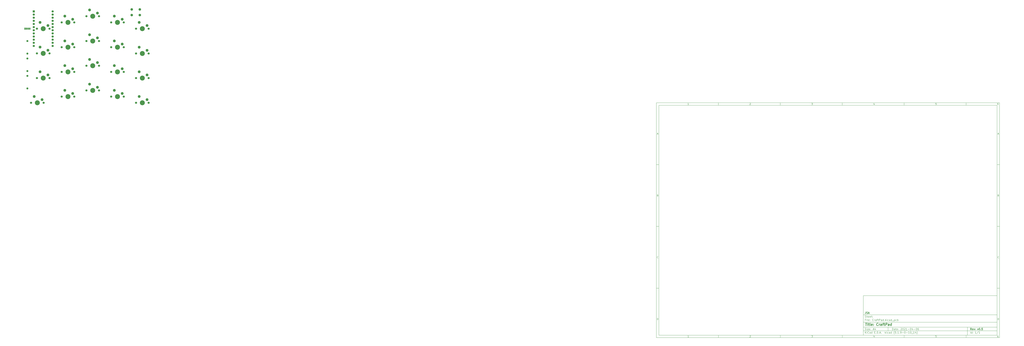
<source format=gbr>
%TF.GenerationSoftware,KiCad,Pcbnew,(5.1.9-0-10_14)*%
%TF.CreationDate,2021-04-06T08:54:49+08:00*%
%TF.ProjectId,CraftPad,43726166-7450-4616-942e-6b696361645f,v0.5*%
%TF.SameCoordinates,Original*%
%TF.FileFunction,Soldermask,Bot*%
%TF.FilePolarity,Negative*%
%FSLAX46Y46*%
G04 Gerber Fmt 4.6, Leading zero omitted, Abs format (unit mm)*
G04 Created by KiCad (PCBNEW (5.1.9-0-10_14)) date 2021-04-06 08:54:49*
%MOMM*%
%LPD*%
G01*
G04 APERTURE LIST*
%ADD10C,0.100000*%
%ADD11C,0.150000*%
%ADD12C,0.300000*%
%ADD13C,0.400000*%
%ADD14O,1.600000X1.600000*%
%ADD15C,1.600000*%
%ADD16O,1.070000X1.800000*%
%ADD17R,1.070000X1.800000*%
%ADD18C,2.000000*%
%ADD19C,1.700000*%
%ADD20C,4.000000*%
%ADD21C,2.200000*%
%ADD22C,1.752600*%
%ADD23R,1.752600X1.752600*%
G04 APERTURE END LIST*
D10*
D11*
X177002200Y-166007200D02*
X177002200Y-198007200D01*
X285002200Y-198007200D01*
X285002200Y-166007200D01*
X177002200Y-166007200D01*
D10*
D11*
X10000000Y-10000000D02*
X10000000Y-200007200D01*
X287002200Y-200007200D01*
X287002200Y-10000000D01*
X10000000Y-10000000D01*
D10*
D11*
X12000000Y-12000000D02*
X12000000Y-198007200D01*
X285002200Y-198007200D01*
X285002200Y-12000000D01*
X12000000Y-12000000D01*
D10*
D11*
X60000000Y-12000000D02*
X60000000Y-10000000D01*
D10*
D11*
X110000000Y-12000000D02*
X110000000Y-10000000D01*
D10*
D11*
X160000000Y-12000000D02*
X160000000Y-10000000D01*
D10*
D11*
X210000000Y-12000000D02*
X210000000Y-10000000D01*
D10*
D11*
X260000000Y-12000000D02*
X260000000Y-10000000D01*
D10*
D11*
X36065476Y-11588095D02*
X35322619Y-11588095D01*
X35694047Y-11588095D02*
X35694047Y-10288095D01*
X35570238Y-10473809D01*
X35446428Y-10597619D01*
X35322619Y-10659523D01*
D10*
D11*
X85322619Y-10411904D02*
X85384523Y-10350000D01*
X85508333Y-10288095D01*
X85817857Y-10288095D01*
X85941666Y-10350000D01*
X86003571Y-10411904D01*
X86065476Y-10535714D01*
X86065476Y-10659523D01*
X86003571Y-10845238D01*
X85260714Y-11588095D01*
X86065476Y-11588095D01*
D10*
D11*
X135260714Y-10288095D02*
X136065476Y-10288095D01*
X135632142Y-10783333D01*
X135817857Y-10783333D01*
X135941666Y-10845238D01*
X136003571Y-10907142D01*
X136065476Y-11030952D01*
X136065476Y-11340476D01*
X136003571Y-11464285D01*
X135941666Y-11526190D01*
X135817857Y-11588095D01*
X135446428Y-11588095D01*
X135322619Y-11526190D01*
X135260714Y-11464285D01*
D10*
D11*
X185941666Y-10721428D02*
X185941666Y-11588095D01*
X185632142Y-10226190D02*
X185322619Y-11154761D01*
X186127380Y-11154761D01*
D10*
D11*
X236003571Y-10288095D02*
X235384523Y-10288095D01*
X235322619Y-10907142D01*
X235384523Y-10845238D01*
X235508333Y-10783333D01*
X235817857Y-10783333D01*
X235941666Y-10845238D01*
X236003571Y-10907142D01*
X236065476Y-11030952D01*
X236065476Y-11340476D01*
X236003571Y-11464285D01*
X235941666Y-11526190D01*
X235817857Y-11588095D01*
X235508333Y-11588095D01*
X235384523Y-11526190D01*
X235322619Y-11464285D01*
D10*
D11*
X285941666Y-10288095D02*
X285694047Y-10288095D01*
X285570238Y-10350000D01*
X285508333Y-10411904D01*
X285384523Y-10597619D01*
X285322619Y-10845238D01*
X285322619Y-11340476D01*
X285384523Y-11464285D01*
X285446428Y-11526190D01*
X285570238Y-11588095D01*
X285817857Y-11588095D01*
X285941666Y-11526190D01*
X286003571Y-11464285D01*
X286065476Y-11340476D01*
X286065476Y-11030952D01*
X286003571Y-10907142D01*
X285941666Y-10845238D01*
X285817857Y-10783333D01*
X285570238Y-10783333D01*
X285446428Y-10845238D01*
X285384523Y-10907142D01*
X285322619Y-11030952D01*
D10*
D11*
X60000000Y-198007200D02*
X60000000Y-200007200D01*
D10*
D11*
X110000000Y-198007200D02*
X110000000Y-200007200D01*
D10*
D11*
X160000000Y-198007200D02*
X160000000Y-200007200D01*
D10*
D11*
X210000000Y-198007200D02*
X210000000Y-200007200D01*
D10*
D11*
X260000000Y-198007200D02*
X260000000Y-200007200D01*
D10*
D11*
X36065476Y-199595295D02*
X35322619Y-199595295D01*
X35694047Y-199595295D02*
X35694047Y-198295295D01*
X35570238Y-198481009D01*
X35446428Y-198604819D01*
X35322619Y-198666723D01*
D10*
D11*
X85322619Y-198419104D02*
X85384523Y-198357200D01*
X85508333Y-198295295D01*
X85817857Y-198295295D01*
X85941666Y-198357200D01*
X86003571Y-198419104D01*
X86065476Y-198542914D01*
X86065476Y-198666723D01*
X86003571Y-198852438D01*
X85260714Y-199595295D01*
X86065476Y-199595295D01*
D10*
D11*
X135260714Y-198295295D02*
X136065476Y-198295295D01*
X135632142Y-198790533D01*
X135817857Y-198790533D01*
X135941666Y-198852438D01*
X136003571Y-198914342D01*
X136065476Y-199038152D01*
X136065476Y-199347676D01*
X136003571Y-199471485D01*
X135941666Y-199533390D01*
X135817857Y-199595295D01*
X135446428Y-199595295D01*
X135322619Y-199533390D01*
X135260714Y-199471485D01*
D10*
D11*
X185941666Y-198728628D02*
X185941666Y-199595295D01*
X185632142Y-198233390D02*
X185322619Y-199161961D01*
X186127380Y-199161961D01*
D10*
D11*
X236003571Y-198295295D02*
X235384523Y-198295295D01*
X235322619Y-198914342D01*
X235384523Y-198852438D01*
X235508333Y-198790533D01*
X235817857Y-198790533D01*
X235941666Y-198852438D01*
X236003571Y-198914342D01*
X236065476Y-199038152D01*
X236065476Y-199347676D01*
X236003571Y-199471485D01*
X235941666Y-199533390D01*
X235817857Y-199595295D01*
X235508333Y-199595295D01*
X235384523Y-199533390D01*
X235322619Y-199471485D01*
D10*
D11*
X285941666Y-198295295D02*
X285694047Y-198295295D01*
X285570238Y-198357200D01*
X285508333Y-198419104D01*
X285384523Y-198604819D01*
X285322619Y-198852438D01*
X285322619Y-199347676D01*
X285384523Y-199471485D01*
X285446428Y-199533390D01*
X285570238Y-199595295D01*
X285817857Y-199595295D01*
X285941666Y-199533390D01*
X286003571Y-199471485D01*
X286065476Y-199347676D01*
X286065476Y-199038152D01*
X286003571Y-198914342D01*
X285941666Y-198852438D01*
X285817857Y-198790533D01*
X285570238Y-198790533D01*
X285446428Y-198852438D01*
X285384523Y-198914342D01*
X285322619Y-199038152D01*
D10*
D11*
X10000000Y-60000000D02*
X12000000Y-60000000D01*
D10*
D11*
X10000000Y-110000000D02*
X12000000Y-110000000D01*
D10*
D11*
X10000000Y-160000000D02*
X12000000Y-160000000D01*
D10*
D11*
X10690476Y-35216666D02*
X11309523Y-35216666D01*
X10566666Y-35588095D02*
X11000000Y-34288095D01*
X11433333Y-35588095D01*
D10*
D11*
X11092857Y-84907142D02*
X11278571Y-84969047D01*
X11340476Y-85030952D01*
X11402380Y-85154761D01*
X11402380Y-85340476D01*
X11340476Y-85464285D01*
X11278571Y-85526190D01*
X11154761Y-85588095D01*
X10659523Y-85588095D01*
X10659523Y-84288095D01*
X11092857Y-84288095D01*
X11216666Y-84350000D01*
X11278571Y-84411904D01*
X11340476Y-84535714D01*
X11340476Y-84659523D01*
X11278571Y-84783333D01*
X11216666Y-84845238D01*
X11092857Y-84907142D01*
X10659523Y-84907142D01*
D10*
D11*
X11402380Y-135464285D02*
X11340476Y-135526190D01*
X11154761Y-135588095D01*
X11030952Y-135588095D01*
X10845238Y-135526190D01*
X10721428Y-135402380D01*
X10659523Y-135278571D01*
X10597619Y-135030952D01*
X10597619Y-134845238D01*
X10659523Y-134597619D01*
X10721428Y-134473809D01*
X10845238Y-134350000D01*
X11030952Y-134288095D01*
X11154761Y-134288095D01*
X11340476Y-134350000D01*
X11402380Y-134411904D01*
D10*
D11*
X10659523Y-185588095D02*
X10659523Y-184288095D01*
X10969047Y-184288095D01*
X11154761Y-184350000D01*
X11278571Y-184473809D01*
X11340476Y-184597619D01*
X11402380Y-184845238D01*
X11402380Y-185030952D01*
X11340476Y-185278571D01*
X11278571Y-185402380D01*
X11154761Y-185526190D01*
X10969047Y-185588095D01*
X10659523Y-185588095D01*
D10*
D11*
X287002200Y-60000000D02*
X285002200Y-60000000D01*
D10*
D11*
X287002200Y-110000000D02*
X285002200Y-110000000D01*
D10*
D11*
X287002200Y-160000000D02*
X285002200Y-160000000D01*
D10*
D11*
X285692676Y-35216666D02*
X286311723Y-35216666D01*
X285568866Y-35588095D02*
X286002200Y-34288095D01*
X286435533Y-35588095D01*
D10*
D11*
X286095057Y-84907142D02*
X286280771Y-84969047D01*
X286342676Y-85030952D01*
X286404580Y-85154761D01*
X286404580Y-85340476D01*
X286342676Y-85464285D01*
X286280771Y-85526190D01*
X286156961Y-85588095D01*
X285661723Y-85588095D01*
X285661723Y-84288095D01*
X286095057Y-84288095D01*
X286218866Y-84350000D01*
X286280771Y-84411904D01*
X286342676Y-84535714D01*
X286342676Y-84659523D01*
X286280771Y-84783333D01*
X286218866Y-84845238D01*
X286095057Y-84907142D01*
X285661723Y-84907142D01*
D10*
D11*
X286404580Y-135464285D02*
X286342676Y-135526190D01*
X286156961Y-135588095D01*
X286033152Y-135588095D01*
X285847438Y-135526190D01*
X285723628Y-135402380D01*
X285661723Y-135278571D01*
X285599819Y-135030952D01*
X285599819Y-134845238D01*
X285661723Y-134597619D01*
X285723628Y-134473809D01*
X285847438Y-134350000D01*
X286033152Y-134288095D01*
X286156961Y-134288095D01*
X286342676Y-134350000D01*
X286404580Y-134411904D01*
D10*
D11*
X285661723Y-185588095D02*
X285661723Y-184288095D01*
X285971247Y-184288095D01*
X286156961Y-184350000D01*
X286280771Y-184473809D01*
X286342676Y-184597619D01*
X286404580Y-184845238D01*
X286404580Y-185030952D01*
X286342676Y-185278571D01*
X286280771Y-185402380D01*
X286156961Y-185526190D01*
X285971247Y-185588095D01*
X285661723Y-185588095D01*
D10*
D11*
X200434342Y-193785771D02*
X200434342Y-192285771D01*
X200791485Y-192285771D01*
X201005771Y-192357200D01*
X201148628Y-192500057D01*
X201220057Y-192642914D01*
X201291485Y-192928628D01*
X201291485Y-193142914D01*
X201220057Y-193428628D01*
X201148628Y-193571485D01*
X201005771Y-193714342D01*
X200791485Y-193785771D01*
X200434342Y-193785771D01*
X202577200Y-193785771D02*
X202577200Y-193000057D01*
X202505771Y-192857200D01*
X202362914Y-192785771D01*
X202077200Y-192785771D01*
X201934342Y-192857200D01*
X202577200Y-193714342D02*
X202434342Y-193785771D01*
X202077200Y-193785771D01*
X201934342Y-193714342D01*
X201862914Y-193571485D01*
X201862914Y-193428628D01*
X201934342Y-193285771D01*
X202077200Y-193214342D01*
X202434342Y-193214342D01*
X202577200Y-193142914D01*
X203077200Y-192785771D02*
X203648628Y-192785771D01*
X203291485Y-192285771D02*
X203291485Y-193571485D01*
X203362914Y-193714342D01*
X203505771Y-193785771D01*
X203648628Y-193785771D01*
X204720057Y-193714342D02*
X204577200Y-193785771D01*
X204291485Y-193785771D01*
X204148628Y-193714342D01*
X204077200Y-193571485D01*
X204077200Y-193000057D01*
X204148628Y-192857200D01*
X204291485Y-192785771D01*
X204577200Y-192785771D01*
X204720057Y-192857200D01*
X204791485Y-193000057D01*
X204791485Y-193142914D01*
X204077200Y-193285771D01*
X205434342Y-193642914D02*
X205505771Y-193714342D01*
X205434342Y-193785771D01*
X205362914Y-193714342D01*
X205434342Y-193642914D01*
X205434342Y-193785771D01*
X205434342Y-192857200D02*
X205505771Y-192928628D01*
X205434342Y-193000057D01*
X205362914Y-192928628D01*
X205434342Y-192857200D01*
X205434342Y-193000057D01*
X207220057Y-192428628D02*
X207291485Y-192357200D01*
X207434342Y-192285771D01*
X207791485Y-192285771D01*
X207934342Y-192357200D01*
X208005771Y-192428628D01*
X208077200Y-192571485D01*
X208077200Y-192714342D01*
X208005771Y-192928628D01*
X207148628Y-193785771D01*
X208077200Y-193785771D01*
X209005771Y-192285771D02*
X209148628Y-192285771D01*
X209291485Y-192357200D01*
X209362914Y-192428628D01*
X209434342Y-192571485D01*
X209505771Y-192857200D01*
X209505771Y-193214342D01*
X209434342Y-193500057D01*
X209362914Y-193642914D01*
X209291485Y-193714342D01*
X209148628Y-193785771D01*
X209005771Y-193785771D01*
X208862914Y-193714342D01*
X208791485Y-193642914D01*
X208720057Y-193500057D01*
X208648628Y-193214342D01*
X208648628Y-192857200D01*
X208720057Y-192571485D01*
X208791485Y-192428628D01*
X208862914Y-192357200D01*
X209005771Y-192285771D01*
X210077200Y-192428628D02*
X210148628Y-192357200D01*
X210291485Y-192285771D01*
X210648628Y-192285771D01*
X210791485Y-192357200D01*
X210862914Y-192428628D01*
X210934342Y-192571485D01*
X210934342Y-192714342D01*
X210862914Y-192928628D01*
X210005771Y-193785771D01*
X210934342Y-193785771D01*
X212362914Y-193785771D02*
X211505771Y-193785771D01*
X211934342Y-193785771D02*
X211934342Y-192285771D01*
X211791485Y-192500057D01*
X211648628Y-192642914D01*
X211505771Y-192714342D01*
X213005771Y-193214342D02*
X214148628Y-193214342D01*
X215148628Y-192285771D02*
X215291485Y-192285771D01*
X215434342Y-192357200D01*
X215505771Y-192428628D01*
X215577200Y-192571485D01*
X215648628Y-192857200D01*
X215648628Y-193214342D01*
X215577200Y-193500057D01*
X215505771Y-193642914D01*
X215434342Y-193714342D01*
X215291485Y-193785771D01*
X215148628Y-193785771D01*
X215005771Y-193714342D01*
X214934342Y-193642914D01*
X214862914Y-193500057D01*
X214791485Y-193214342D01*
X214791485Y-192857200D01*
X214862914Y-192571485D01*
X214934342Y-192428628D01*
X215005771Y-192357200D01*
X215148628Y-192285771D01*
X216934342Y-192785771D02*
X216934342Y-193785771D01*
X216577200Y-192214342D02*
X216220057Y-193285771D01*
X217148628Y-193285771D01*
X217720057Y-193214342D02*
X218862914Y-193214342D01*
X219862914Y-192285771D02*
X220005771Y-192285771D01*
X220148628Y-192357200D01*
X220220057Y-192428628D01*
X220291485Y-192571485D01*
X220362914Y-192857200D01*
X220362914Y-193214342D01*
X220291485Y-193500057D01*
X220220057Y-193642914D01*
X220148628Y-193714342D01*
X220005771Y-193785771D01*
X219862914Y-193785771D01*
X219720057Y-193714342D01*
X219648628Y-193642914D01*
X219577200Y-193500057D01*
X219505771Y-193214342D01*
X219505771Y-192857200D01*
X219577200Y-192571485D01*
X219648628Y-192428628D01*
X219720057Y-192357200D01*
X219862914Y-192285771D01*
X221648628Y-192285771D02*
X221362914Y-192285771D01*
X221220057Y-192357200D01*
X221148628Y-192428628D01*
X221005771Y-192642914D01*
X220934342Y-192928628D01*
X220934342Y-193500057D01*
X221005771Y-193642914D01*
X221077200Y-193714342D01*
X221220057Y-193785771D01*
X221505771Y-193785771D01*
X221648628Y-193714342D01*
X221720057Y-193642914D01*
X221791485Y-193500057D01*
X221791485Y-193142914D01*
X221720057Y-193000057D01*
X221648628Y-192928628D01*
X221505771Y-192857200D01*
X221220057Y-192857200D01*
X221077200Y-192928628D01*
X221005771Y-193000057D01*
X220934342Y-193142914D01*
D10*
D11*
X177002200Y-194507200D02*
X285002200Y-194507200D01*
D10*
D11*
X178434342Y-196585771D02*
X178434342Y-195085771D01*
X179291485Y-196585771D02*
X178648628Y-195728628D01*
X179291485Y-195085771D02*
X178434342Y-195942914D01*
X179934342Y-196585771D02*
X179934342Y-195585771D01*
X179934342Y-195085771D02*
X179862914Y-195157200D01*
X179934342Y-195228628D01*
X180005771Y-195157200D01*
X179934342Y-195085771D01*
X179934342Y-195228628D01*
X181505771Y-196442914D02*
X181434342Y-196514342D01*
X181220057Y-196585771D01*
X181077200Y-196585771D01*
X180862914Y-196514342D01*
X180720057Y-196371485D01*
X180648628Y-196228628D01*
X180577200Y-195942914D01*
X180577200Y-195728628D01*
X180648628Y-195442914D01*
X180720057Y-195300057D01*
X180862914Y-195157200D01*
X181077200Y-195085771D01*
X181220057Y-195085771D01*
X181434342Y-195157200D01*
X181505771Y-195228628D01*
X182791485Y-196585771D02*
X182791485Y-195800057D01*
X182720057Y-195657200D01*
X182577200Y-195585771D01*
X182291485Y-195585771D01*
X182148628Y-195657200D01*
X182791485Y-196514342D02*
X182648628Y-196585771D01*
X182291485Y-196585771D01*
X182148628Y-196514342D01*
X182077200Y-196371485D01*
X182077200Y-196228628D01*
X182148628Y-196085771D01*
X182291485Y-196014342D01*
X182648628Y-196014342D01*
X182791485Y-195942914D01*
X184148628Y-196585771D02*
X184148628Y-195085771D01*
X184148628Y-196514342D02*
X184005771Y-196585771D01*
X183720057Y-196585771D01*
X183577200Y-196514342D01*
X183505771Y-196442914D01*
X183434342Y-196300057D01*
X183434342Y-195871485D01*
X183505771Y-195728628D01*
X183577200Y-195657200D01*
X183720057Y-195585771D01*
X184005771Y-195585771D01*
X184148628Y-195657200D01*
X186005771Y-195800057D02*
X186505771Y-195800057D01*
X186720057Y-196585771D02*
X186005771Y-196585771D01*
X186005771Y-195085771D01*
X186720057Y-195085771D01*
X187362914Y-196442914D02*
X187434342Y-196514342D01*
X187362914Y-196585771D01*
X187291485Y-196514342D01*
X187362914Y-196442914D01*
X187362914Y-196585771D01*
X188077200Y-196585771D02*
X188077200Y-195085771D01*
X188434342Y-195085771D01*
X188648628Y-195157200D01*
X188791485Y-195300057D01*
X188862914Y-195442914D01*
X188934342Y-195728628D01*
X188934342Y-195942914D01*
X188862914Y-196228628D01*
X188791485Y-196371485D01*
X188648628Y-196514342D01*
X188434342Y-196585771D01*
X188077200Y-196585771D01*
X189577200Y-196442914D02*
X189648628Y-196514342D01*
X189577200Y-196585771D01*
X189505771Y-196514342D01*
X189577200Y-196442914D01*
X189577200Y-196585771D01*
X190220057Y-196157200D02*
X190934342Y-196157200D01*
X190077200Y-196585771D02*
X190577200Y-195085771D01*
X191077200Y-196585771D01*
X191577200Y-196442914D02*
X191648628Y-196514342D01*
X191577200Y-196585771D01*
X191505771Y-196514342D01*
X191577200Y-196442914D01*
X191577200Y-196585771D01*
X194577200Y-196585771D02*
X194577200Y-195085771D01*
X194720057Y-196014342D02*
X195148628Y-196585771D01*
X195148628Y-195585771D02*
X194577200Y-196157200D01*
X195791485Y-196585771D02*
X195791485Y-195585771D01*
X195791485Y-195085771D02*
X195720057Y-195157200D01*
X195791485Y-195228628D01*
X195862914Y-195157200D01*
X195791485Y-195085771D01*
X195791485Y-195228628D01*
X197148628Y-196514342D02*
X197005771Y-196585771D01*
X196720057Y-196585771D01*
X196577200Y-196514342D01*
X196505771Y-196442914D01*
X196434342Y-196300057D01*
X196434342Y-195871485D01*
X196505771Y-195728628D01*
X196577200Y-195657200D01*
X196720057Y-195585771D01*
X197005771Y-195585771D01*
X197148628Y-195657200D01*
X198434342Y-196585771D02*
X198434342Y-195800057D01*
X198362914Y-195657200D01*
X198220057Y-195585771D01*
X197934342Y-195585771D01*
X197791485Y-195657200D01*
X198434342Y-196514342D02*
X198291485Y-196585771D01*
X197934342Y-196585771D01*
X197791485Y-196514342D01*
X197720057Y-196371485D01*
X197720057Y-196228628D01*
X197791485Y-196085771D01*
X197934342Y-196014342D01*
X198291485Y-196014342D01*
X198434342Y-195942914D01*
X199791485Y-196585771D02*
X199791485Y-195085771D01*
X199791485Y-196514342D02*
X199648628Y-196585771D01*
X199362914Y-196585771D01*
X199220057Y-196514342D01*
X199148628Y-196442914D01*
X199077200Y-196300057D01*
X199077200Y-195871485D01*
X199148628Y-195728628D01*
X199220057Y-195657200D01*
X199362914Y-195585771D01*
X199648628Y-195585771D01*
X199791485Y-195657200D01*
X202077200Y-197157200D02*
X202005771Y-197085771D01*
X201862914Y-196871485D01*
X201791485Y-196728628D01*
X201720057Y-196514342D01*
X201648628Y-196157200D01*
X201648628Y-195871485D01*
X201720057Y-195514342D01*
X201791485Y-195300057D01*
X201862914Y-195157200D01*
X202005771Y-194942914D01*
X202077200Y-194871485D01*
X203362914Y-195085771D02*
X202648628Y-195085771D01*
X202577200Y-195800057D01*
X202648628Y-195728628D01*
X202791485Y-195657200D01*
X203148628Y-195657200D01*
X203291485Y-195728628D01*
X203362914Y-195800057D01*
X203434342Y-195942914D01*
X203434342Y-196300057D01*
X203362914Y-196442914D01*
X203291485Y-196514342D01*
X203148628Y-196585771D01*
X202791485Y-196585771D01*
X202648628Y-196514342D01*
X202577200Y-196442914D01*
X204077200Y-196442914D02*
X204148628Y-196514342D01*
X204077200Y-196585771D01*
X204005771Y-196514342D01*
X204077200Y-196442914D01*
X204077200Y-196585771D01*
X205577200Y-196585771D02*
X204720057Y-196585771D01*
X205148628Y-196585771D02*
X205148628Y-195085771D01*
X205005771Y-195300057D01*
X204862914Y-195442914D01*
X204720057Y-195514342D01*
X206220057Y-196442914D02*
X206291485Y-196514342D01*
X206220057Y-196585771D01*
X206148628Y-196514342D01*
X206220057Y-196442914D01*
X206220057Y-196585771D01*
X207005771Y-196585771D02*
X207291485Y-196585771D01*
X207434342Y-196514342D01*
X207505771Y-196442914D01*
X207648628Y-196228628D01*
X207720057Y-195942914D01*
X207720057Y-195371485D01*
X207648628Y-195228628D01*
X207577200Y-195157200D01*
X207434342Y-195085771D01*
X207148628Y-195085771D01*
X207005771Y-195157200D01*
X206934342Y-195228628D01*
X206862914Y-195371485D01*
X206862914Y-195728628D01*
X206934342Y-195871485D01*
X207005771Y-195942914D01*
X207148628Y-196014342D01*
X207434342Y-196014342D01*
X207577200Y-195942914D01*
X207648628Y-195871485D01*
X207720057Y-195728628D01*
X208362914Y-196014342D02*
X209505771Y-196014342D01*
X210505771Y-195085771D02*
X210648628Y-195085771D01*
X210791485Y-195157200D01*
X210862914Y-195228628D01*
X210934342Y-195371485D01*
X211005771Y-195657200D01*
X211005771Y-196014342D01*
X210934342Y-196300057D01*
X210862914Y-196442914D01*
X210791485Y-196514342D01*
X210648628Y-196585771D01*
X210505771Y-196585771D01*
X210362914Y-196514342D01*
X210291485Y-196442914D01*
X210220057Y-196300057D01*
X210148628Y-196014342D01*
X210148628Y-195657200D01*
X210220057Y-195371485D01*
X210291485Y-195228628D01*
X210362914Y-195157200D01*
X210505771Y-195085771D01*
X211648628Y-196014342D02*
X212791485Y-196014342D01*
X214291485Y-196585771D02*
X213434342Y-196585771D01*
X213862914Y-196585771D02*
X213862914Y-195085771D01*
X213720057Y-195300057D01*
X213577200Y-195442914D01*
X213434342Y-195514342D01*
X215220057Y-195085771D02*
X215362914Y-195085771D01*
X215505771Y-195157200D01*
X215577200Y-195228628D01*
X215648628Y-195371485D01*
X215720057Y-195657200D01*
X215720057Y-196014342D01*
X215648628Y-196300057D01*
X215577200Y-196442914D01*
X215505771Y-196514342D01*
X215362914Y-196585771D01*
X215220057Y-196585771D01*
X215077200Y-196514342D01*
X215005771Y-196442914D01*
X214934342Y-196300057D01*
X214862914Y-196014342D01*
X214862914Y-195657200D01*
X214934342Y-195371485D01*
X215005771Y-195228628D01*
X215077200Y-195157200D01*
X215220057Y-195085771D01*
X216005771Y-196728628D02*
X217148628Y-196728628D01*
X218291485Y-196585771D02*
X217434342Y-196585771D01*
X217862914Y-196585771D02*
X217862914Y-195085771D01*
X217720057Y-195300057D01*
X217577200Y-195442914D01*
X217434342Y-195514342D01*
X219577200Y-195585771D02*
X219577200Y-196585771D01*
X219220057Y-195014342D02*
X218862914Y-196085771D01*
X219791485Y-196085771D01*
X220220057Y-197157200D02*
X220291485Y-197085771D01*
X220434342Y-196871485D01*
X220505771Y-196728628D01*
X220577200Y-196514342D01*
X220648628Y-196157200D01*
X220648628Y-195871485D01*
X220577200Y-195514342D01*
X220505771Y-195300057D01*
X220434342Y-195157200D01*
X220291485Y-194942914D01*
X220220057Y-194871485D01*
D10*
D11*
X177002200Y-191507200D02*
X285002200Y-191507200D01*
D10*
D12*
X264411485Y-193785771D02*
X263911485Y-193071485D01*
X263554342Y-193785771D02*
X263554342Y-192285771D01*
X264125771Y-192285771D01*
X264268628Y-192357200D01*
X264340057Y-192428628D01*
X264411485Y-192571485D01*
X264411485Y-192785771D01*
X264340057Y-192928628D01*
X264268628Y-193000057D01*
X264125771Y-193071485D01*
X263554342Y-193071485D01*
X265625771Y-193714342D02*
X265482914Y-193785771D01*
X265197200Y-193785771D01*
X265054342Y-193714342D01*
X264982914Y-193571485D01*
X264982914Y-193000057D01*
X265054342Y-192857200D01*
X265197200Y-192785771D01*
X265482914Y-192785771D01*
X265625771Y-192857200D01*
X265697200Y-193000057D01*
X265697200Y-193142914D01*
X264982914Y-193285771D01*
X266197200Y-192785771D02*
X266554342Y-193785771D01*
X266911485Y-192785771D01*
X267482914Y-193642914D02*
X267554342Y-193714342D01*
X267482914Y-193785771D01*
X267411485Y-193714342D01*
X267482914Y-193642914D01*
X267482914Y-193785771D01*
X267482914Y-192857200D02*
X267554342Y-192928628D01*
X267482914Y-193000057D01*
X267411485Y-192928628D01*
X267482914Y-192857200D01*
X267482914Y-193000057D01*
X269197200Y-192785771D02*
X269554342Y-193785771D01*
X269911485Y-192785771D01*
X270768628Y-192285771D02*
X270911485Y-192285771D01*
X271054342Y-192357200D01*
X271125771Y-192428628D01*
X271197200Y-192571485D01*
X271268628Y-192857200D01*
X271268628Y-193214342D01*
X271197200Y-193500057D01*
X271125771Y-193642914D01*
X271054342Y-193714342D01*
X270911485Y-193785771D01*
X270768628Y-193785771D01*
X270625771Y-193714342D01*
X270554342Y-193642914D01*
X270482914Y-193500057D01*
X270411485Y-193214342D01*
X270411485Y-192857200D01*
X270482914Y-192571485D01*
X270554342Y-192428628D01*
X270625771Y-192357200D01*
X270768628Y-192285771D01*
X271911485Y-193642914D02*
X271982914Y-193714342D01*
X271911485Y-193785771D01*
X271840057Y-193714342D01*
X271911485Y-193642914D01*
X271911485Y-193785771D01*
X273340057Y-192285771D02*
X272625771Y-192285771D01*
X272554342Y-193000057D01*
X272625771Y-192928628D01*
X272768628Y-192857200D01*
X273125771Y-192857200D01*
X273268628Y-192928628D01*
X273340057Y-193000057D01*
X273411485Y-193142914D01*
X273411485Y-193500057D01*
X273340057Y-193642914D01*
X273268628Y-193714342D01*
X273125771Y-193785771D01*
X272768628Y-193785771D01*
X272625771Y-193714342D01*
X272554342Y-193642914D01*
D10*
D11*
X178362914Y-193714342D02*
X178577200Y-193785771D01*
X178934342Y-193785771D01*
X179077200Y-193714342D01*
X179148628Y-193642914D01*
X179220057Y-193500057D01*
X179220057Y-193357200D01*
X179148628Y-193214342D01*
X179077200Y-193142914D01*
X178934342Y-193071485D01*
X178648628Y-193000057D01*
X178505771Y-192928628D01*
X178434342Y-192857200D01*
X178362914Y-192714342D01*
X178362914Y-192571485D01*
X178434342Y-192428628D01*
X178505771Y-192357200D01*
X178648628Y-192285771D01*
X179005771Y-192285771D01*
X179220057Y-192357200D01*
X179862914Y-193785771D02*
X179862914Y-192785771D01*
X179862914Y-192285771D02*
X179791485Y-192357200D01*
X179862914Y-192428628D01*
X179934342Y-192357200D01*
X179862914Y-192285771D01*
X179862914Y-192428628D01*
X180434342Y-192785771D02*
X181220057Y-192785771D01*
X180434342Y-193785771D01*
X181220057Y-193785771D01*
X182362914Y-193714342D02*
X182220057Y-193785771D01*
X181934342Y-193785771D01*
X181791485Y-193714342D01*
X181720057Y-193571485D01*
X181720057Y-193000057D01*
X181791485Y-192857200D01*
X181934342Y-192785771D01*
X182220057Y-192785771D01*
X182362914Y-192857200D01*
X182434342Y-193000057D01*
X182434342Y-193142914D01*
X181720057Y-193285771D01*
X183077200Y-193642914D02*
X183148628Y-193714342D01*
X183077200Y-193785771D01*
X183005771Y-193714342D01*
X183077200Y-193642914D01*
X183077200Y-193785771D01*
X183077200Y-192857200D02*
X183148628Y-192928628D01*
X183077200Y-193000057D01*
X183005771Y-192928628D01*
X183077200Y-192857200D01*
X183077200Y-193000057D01*
X184862914Y-193357200D02*
X185577200Y-193357200D01*
X184720057Y-193785771D02*
X185220057Y-192285771D01*
X185720057Y-193785771D01*
X186862914Y-192785771D02*
X186862914Y-193785771D01*
X186505771Y-192214342D02*
X186148628Y-193285771D01*
X187077200Y-193285771D01*
D10*
D11*
X263434342Y-196585771D02*
X263434342Y-195085771D01*
X264791485Y-196585771D02*
X264791485Y-195085771D01*
X264791485Y-196514342D02*
X264648628Y-196585771D01*
X264362914Y-196585771D01*
X264220057Y-196514342D01*
X264148628Y-196442914D01*
X264077200Y-196300057D01*
X264077200Y-195871485D01*
X264148628Y-195728628D01*
X264220057Y-195657200D01*
X264362914Y-195585771D01*
X264648628Y-195585771D01*
X264791485Y-195657200D01*
X265505771Y-196442914D02*
X265577200Y-196514342D01*
X265505771Y-196585771D01*
X265434342Y-196514342D01*
X265505771Y-196442914D01*
X265505771Y-196585771D01*
X265505771Y-195657200D02*
X265577200Y-195728628D01*
X265505771Y-195800057D01*
X265434342Y-195728628D01*
X265505771Y-195657200D01*
X265505771Y-195800057D01*
X268148628Y-196585771D02*
X267291485Y-196585771D01*
X267720057Y-196585771D02*
X267720057Y-195085771D01*
X267577200Y-195300057D01*
X267434342Y-195442914D01*
X267291485Y-195514342D01*
X269862914Y-195014342D02*
X268577200Y-196942914D01*
X271148628Y-196585771D02*
X270291485Y-196585771D01*
X270720057Y-196585771D02*
X270720057Y-195085771D01*
X270577200Y-195300057D01*
X270434342Y-195442914D01*
X270291485Y-195514342D01*
D10*
D11*
X177002200Y-187507200D02*
X285002200Y-187507200D01*
D10*
D13*
X178714580Y-188211961D02*
X179857438Y-188211961D01*
X179036009Y-190211961D02*
X179286009Y-188211961D01*
X180274104Y-190211961D02*
X180440771Y-188878628D01*
X180524104Y-188211961D02*
X180416961Y-188307200D01*
X180500295Y-188402438D01*
X180607438Y-188307200D01*
X180524104Y-188211961D01*
X180500295Y-188402438D01*
X181107438Y-188878628D02*
X181869342Y-188878628D01*
X181476485Y-188211961D02*
X181262200Y-189926247D01*
X181333628Y-190116723D01*
X181512200Y-190211961D01*
X181702676Y-190211961D01*
X182655057Y-190211961D02*
X182476485Y-190116723D01*
X182405057Y-189926247D01*
X182619342Y-188211961D01*
X184190771Y-190116723D02*
X183988390Y-190211961D01*
X183607438Y-190211961D01*
X183428866Y-190116723D01*
X183357438Y-189926247D01*
X183452676Y-189164342D01*
X183571723Y-188973866D01*
X183774104Y-188878628D01*
X184155057Y-188878628D01*
X184333628Y-188973866D01*
X184405057Y-189164342D01*
X184381247Y-189354819D01*
X183405057Y-189545295D01*
X185155057Y-190021485D02*
X185238390Y-190116723D01*
X185131247Y-190211961D01*
X185047914Y-190116723D01*
X185155057Y-190021485D01*
X185131247Y-190211961D01*
X185286009Y-188973866D02*
X185369342Y-189069104D01*
X185262200Y-189164342D01*
X185178866Y-189069104D01*
X185286009Y-188973866D01*
X185262200Y-189164342D01*
X188774104Y-190021485D02*
X188666961Y-190116723D01*
X188369342Y-190211961D01*
X188178866Y-190211961D01*
X187905057Y-190116723D01*
X187738390Y-189926247D01*
X187666961Y-189735771D01*
X187619342Y-189354819D01*
X187655057Y-189069104D01*
X187797914Y-188688152D01*
X187916961Y-188497676D01*
X188131247Y-188307200D01*
X188428866Y-188211961D01*
X188619342Y-188211961D01*
X188893152Y-188307200D01*
X188976485Y-188402438D01*
X189607438Y-190211961D02*
X189774104Y-188878628D01*
X189726485Y-189259580D02*
X189845533Y-189069104D01*
X189952676Y-188973866D01*
X190155057Y-188878628D01*
X190345533Y-188878628D01*
X191702676Y-190211961D02*
X191833628Y-189164342D01*
X191762200Y-188973866D01*
X191583628Y-188878628D01*
X191202676Y-188878628D01*
X191000295Y-188973866D01*
X191714580Y-190116723D02*
X191512200Y-190211961D01*
X191036009Y-190211961D01*
X190857438Y-190116723D01*
X190786009Y-189926247D01*
X190809819Y-189735771D01*
X190928866Y-189545295D01*
X191131247Y-189450057D01*
X191607438Y-189450057D01*
X191809819Y-189354819D01*
X192536009Y-188878628D02*
X193297914Y-188878628D01*
X192655057Y-190211961D02*
X192869342Y-188497676D01*
X192988390Y-188307200D01*
X193190771Y-188211961D01*
X193381247Y-188211961D01*
X193678866Y-188878628D02*
X194440771Y-188878628D01*
X194047914Y-188211961D02*
X193833628Y-189926247D01*
X193905057Y-190116723D01*
X194083628Y-190211961D01*
X194274104Y-190211961D01*
X194940771Y-190211961D02*
X195190771Y-188211961D01*
X195952676Y-188211961D01*
X196131247Y-188307200D01*
X196214580Y-188402438D01*
X196286009Y-188592914D01*
X196250295Y-188878628D01*
X196131247Y-189069104D01*
X196024104Y-189164342D01*
X195821723Y-189259580D01*
X195059819Y-189259580D01*
X197797914Y-190211961D02*
X197928866Y-189164342D01*
X197857438Y-188973866D01*
X197678866Y-188878628D01*
X197297914Y-188878628D01*
X197095533Y-188973866D01*
X197809819Y-190116723D02*
X197607438Y-190211961D01*
X197131247Y-190211961D01*
X196952676Y-190116723D01*
X196881247Y-189926247D01*
X196905057Y-189735771D01*
X197024104Y-189545295D01*
X197226485Y-189450057D01*
X197702676Y-189450057D01*
X197905057Y-189354819D01*
X199607438Y-190211961D02*
X199857438Y-188211961D01*
X199619342Y-190116723D02*
X199416961Y-190211961D01*
X199036009Y-190211961D01*
X198857438Y-190116723D01*
X198774104Y-190021485D01*
X198702676Y-189831009D01*
X198774104Y-189259580D01*
X198893152Y-189069104D01*
X199000295Y-188973866D01*
X199202676Y-188878628D01*
X199583628Y-188878628D01*
X199762200Y-188973866D01*
D10*
D11*
X178934342Y-185600057D02*
X178434342Y-185600057D01*
X178434342Y-186385771D02*
X178434342Y-184885771D01*
X179148628Y-184885771D01*
X179720057Y-186385771D02*
X179720057Y-185385771D01*
X179720057Y-184885771D02*
X179648628Y-184957200D01*
X179720057Y-185028628D01*
X179791485Y-184957200D01*
X179720057Y-184885771D01*
X179720057Y-185028628D01*
X180648628Y-186385771D02*
X180505771Y-186314342D01*
X180434342Y-186171485D01*
X180434342Y-184885771D01*
X181791485Y-186314342D02*
X181648628Y-186385771D01*
X181362914Y-186385771D01*
X181220057Y-186314342D01*
X181148628Y-186171485D01*
X181148628Y-185600057D01*
X181220057Y-185457200D01*
X181362914Y-185385771D01*
X181648628Y-185385771D01*
X181791485Y-185457200D01*
X181862914Y-185600057D01*
X181862914Y-185742914D01*
X181148628Y-185885771D01*
X182505771Y-186242914D02*
X182577200Y-186314342D01*
X182505771Y-186385771D01*
X182434342Y-186314342D01*
X182505771Y-186242914D01*
X182505771Y-186385771D01*
X182505771Y-185457200D02*
X182577200Y-185528628D01*
X182505771Y-185600057D01*
X182434342Y-185528628D01*
X182505771Y-185457200D01*
X182505771Y-185600057D01*
X185220057Y-186242914D02*
X185148628Y-186314342D01*
X184934342Y-186385771D01*
X184791485Y-186385771D01*
X184577200Y-186314342D01*
X184434342Y-186171485D01*
X184362914Y-186028628D01*
X184291485Y-185742914D01*
X184291485Y-185528628D01*
X184362914Y-185242914D01*
X184434342Y-185100057D01*
X184577200Y-184957200D01*
X184791485Y-184885771D01*
X184934342Y-184885771D01*
X185148628Y-184957200D01*
X185220057Y-185028628D01*
X185862914Y-186385771D02*
X185862914Y-185385771D01*
X185862914Y-185671485D02*
X185934342Y-185528628D01*
X186005771Y-185457200D01*
X186148628Y-185385771D01*
X186291485Y-185385771D01*
X187434342Y-186385771D02*
X187434342Y-185600057D01*
X187362914Y-185457200D01*
X187220057Y-185385771D01*
X186934342Y-185385771D01*
X186791485Y-185457200D01*
X187434342Y-186314342D02*
X187291485Y-186385771D01*
X186934342Y-186385771D01*
X186791485Y-186314342D01*
X186720057Y-186171485D01*
X186720057Y-186028628D01*
X186791485Y-185885771D01*
X186934342Y-185814342D01*
X187291485Y-185814342D01*
X187434342Y-185742914D01*
X187934342Y-185385771D02*
X188505771Y-185385771D01*
X188148628Y-186385771D02*
X188148628Y-185100057D01*
X188220057Y-184957200D01*
X188362914Y-184885771D01*
X188505771Y-184885771D01*
X188791485Y-185385771D02*
X189362914Y-185385771D01*
X189005771Y-184885771D02*
X189005771Y-186171485D01*
X189077200Y-186314342D01*
X189220057Y-186385771D01*
X189362914Y-186385771D01*
X189862914Y-186385771D02*
X189862914Y-184885771D01*
X190434342Y-184885771D01*
X190577200Y-184957200D01*
X190648628Y-185028628D01*
X190720057Y-185171485D01*
X190720057Y-185385771D01*
X190648628Y-185528628D01*
X190577200Y-185600057D01*
X190434342Y-185671485D01*
X189862914Y-185671485D01*
X192005771Y-186385771D02*
X192005771Y-185600057D01*
X191934342Y-185457200D01*
X191791485Y-185385771D01*
X191505771Y-185385771D01*
X191362914Y-185457200D01*
X192005771Y-186314342D02*
X191862914Y-186385771D01*
X191505771Y-186385771D01*
X191362914Y-186314342D01*
X191291485Y-186171485D01*
X191291485Y-186028628D01*
X191362914Y-185885771D01*
X191505771Y-185814342D01*
X191862914Y-185814342D01*
X192005771Y-185742914D01*
X193362914Y-186385771D02*
X193362914Y-184885771D01*
X193362914Y-186314342D02*
X193220057Y-186385771D01*
X192934342Y-186385771D01*
X192791485Y-186314342D01*
X192720057Y-186242914D01*
X192648628Y-186100057D01*
X192648628Y-185671485D01*
X192720057Y-185528628D01*
X192791485Y-185457200D01*
X192934342Y-185385771D01*
X193220057Y-185385771D01*
X193362914Y-185457200D01*
X194077200Y-186242914D02*
X194148628Y-186314342D01*
X194077200Y-186385771D01*
X194005771Y-186314342D01*
X194077200Y-186242914D01*
X194077200Y-186385771D01*
X194791485Y-186385771D02*
X194791485Y-184885771D01*
X194934342Y-185814342D02*
X195362914Y-186385771D01*
X195362914Y-185385771D02*
X194791485Y-185957200D01*
X196005771Y-186385771D02*
X196005771Y-185385771D01*
X196005771Y-184885771D02*
X195934342Y-184957200D01*
X196005771Y-185028628D01*
X196077200Y-184957200D01*
X196005771Y-184885771D01*
X196005771Y-185028628D01*
X197362914Y-186314342D02*
X197220057Y-186385771D01*
X196934342Y-186385771D01*
X196791485Y-186314342D01*
X196720057Y-186242914D01*
X196648628Y-186100057D01*
X196648628Y-185671485D01*
X196720057Y-185528628D01*
X196791485Y-185457200D01*
X196934342Y-185385771D01*
X197220057Y-185385771D01*
X197362914Y-185457200D01*
X198648628Y-186385771D02*
X198648628Y-185600057D01*
X198577200Y-185457200D01*
X198434342Y-185385771D01*
X198148628Y-185385771D01*
X198005771Y-185457200D01*
X198648628Y-186314342D02*
X198505771Y-186385771D01*
X198148628Y-186385771D01*
X198005771Y-186314342D01*
X197934342Y-186171485D01*
X197934342Y-186028628D01*
X198005771Y-185885771D01*
X198148628Y-185814342D01*
X198505771Y-185814342D01*
X198648628Y-185742914D01*
X200005771Y-186385771D02*
X200005771Y-184885771D01*
X200005771Y-186314342D02*
X199862914Y-186385771D01*
X199577200Y-186385771D01*
X199434342Y-186314342D01*
X199362914Y-186242914D01*
X199291485Y-186100057D01*
X199291485Y-185671485D01*
X199362914Y-185528628D01*
X199434342Y-185457200D01*
X199577200Y-185385771D01*
X199862914Y-185385771D01*
X200005771Y-185457200D01*
X200362914Y-186528628D02*
X201505771Y-186528628D01*
X201862914Y-185385771D02*
X201862914Y-186885771D01*
X201862914Y-185457200D02*
X202005771Y-185385771D01*
X202291485Y-185385771D01*
X202434342Y-185457200D01*
X202505771Y-185528628D01*
X202577200Y-185671485D01*
X202577200Y-186100057D01*
X202505771Y-186242914D01*
X202434342Y-186314342D01*
X202291485Y-186385771D01*
X202005771Y-186385771D01*
X201862914Y-186314342D01*
X203862914Y-186314342D02*
X203720057Y-186385771D01*
X203434342Y-186385771D01*
X203291485Y-186314342D01*
X203220057Y-186242914D01*
X203148628Y-186100057D01*
X203148628Y-185671485D01*
X203220057Y-185528628D01*
X203291485Y-185457200D01*
X203434342Y-185385771D01*
X203720057Y-185385771D01*
X203862914Y-185457200D01*
X204505771Y-186385771D02*
X204505771Y-184885771D01*
X204505771Y-185457200D02*
X204648628Y-185385771D01*
X204934342Y-185385771D01*
X205077200Y-185457200D01*
X205148628Y-185528628D01*
X205220057Y-185671485D01*
X205220057Y-186100057D01*
X205148628Y-186242914D01*
X205077200Y-186314342D01*
X204934342Y-186385771D01*
X204648628Y-186385771D01*
X204505771Y-186314342D01*
D10*
D11*
X177002200Y-181507200D02*
X285002200Y-181507200D01*
D10*
D11*
X178362914Y-183614342D02*
X178577200Y-183685771D01*
X178934342Y-183685771D01*
X179077200Y-183614342D01*
X179148628Y-183542914D01*
X179220057Y-183400057D01*
X179220057Y-183257200D01*
X179148628Y-183114342D01*
X179077200Y-183042914D01*
X178934342Y-182971485D01*
X178648628Y-182900057D01*
X178505771Y-182828628D01*
X178434342Y-182757200D01*
X178362914Y-182614342D01*
X178362914Y-182471485D01*
X178434342Y-182328628D01*
X178505771Y-182257200D01*
X178648628Y-182185771D01*
X179005771Y-182185771D01*
X179220057Y-182257200D01*
X179862914Y-183685771D02*
X179862914Y-182185771D01*
X180505771Y-183685771D02*
X180505771Y-182900057D01*
X180434342Y-182757200D01*
X180291485Y-182685771D01*
X180077200Y-182685771D01*
X179934342Y-182757200D01*
X179862914Y-182828628D01*
X181791485Y-183614342D02*
X181648628Y-183685771D01*
X181362914Y-183685771D01*
X181220057Y-183614342D01*
X181148628Y-183471485D01*
X181148628Y-182900057D01*
X181220057Y-182757200D01*
X181362914Y-182685771D01*
X181648628Y-182685771D01*
X181791485Y-182757200D01*
X181862914Y-182900057D01*
X181862914Y-183042914D01*
X181148628Y-183185771D01*
X183077200Y-183614342D02*
X182934342Y-183685771D01*
X182648628Y-183685771D01*
X182505771Y-183614342D01*
X182434342Y-183471485D01*
X182434342Y-182900057D01*
X182505771Y-182757200D01*
X182648628Y-182685771D01*
X182934342Y-182685771D01*
X183077200Y-182757200D01*
X183148628Y-182900057D01*
X183148628Y-183042914D01*
X182434342Y-183185771D01*
X183577200Y-182685771D02*
X184148628Y-182685771D01*
X183791485Y-182185771D02*
X183791485Y-183471485D01*
X183862914Y-183614342D01*
X184005771Y-183685771D01*
X184148628Y-183685771D01*
X184648628Y-183542914D02*
X184720057Y-183614342D01*
X184648628Y-183685771D01*
X184577200Y-183614342D01*
X184648628Y-183542914D01*
X184648628Y-183685771D01*
X184648628Y-182757200D02*
X184720057Y-182828628D01*
X184648628Y-182900057D01*
X184577200Y-182828628D01*
X184648628Y-182757200D01*
X184648628Y-182900057D01*
D10*
D12*
X178982914Y-179185771D02*
X178982914Y-180257200D01*
X178911485Y-180471485D01*
X178768628Y-180614342D01*
X178554342Y-180685771D01*
X178411485Y-180685771D01*
X179625771Y-180614342D02*
X179840057Y-180685771D01*
X180197200Y-180685771D01*
X180340057Y-180614342D01*
X180411485Y-180542914D01*
X180482914Y-180400057D01*
X180482914Y-180257200D01*
X180411485Y-180114342D01*
X180340057Y-180042914D01*
X180197200Y-179971485D01*
X179911485Y-179900057D01*
X179768628Y-179828628D01*
X179697200Y-179757200D01*
X179625771Y-179614342D01*
X179625771Y-179471485D01*
X179697200Y-179328628D01*
X179768628Y-179257200D01*
X179911485Y-179185771D01*
X180268628Y-179185771D01*
X180482914Y-179257200D01*
X181054342Y-180257200D02*
X181768628Y-180257200D01*
X180911485Y-180685771D02*
X181411485Y-179185771D01*
X181911485Y-180685771D01*
D10*
D11*
X197002200Y-191507200D02*
X197002200Y-194507200D01*
D10*
D11*
X261002200Y-191507200D02*
X261002200Y-198007200D01*
D14*
%TO.C,R2*%
X-497750000Y15694406D03*
D15*
X-497750000Y25854406D03*
%TD*%
D16*
%TO.C,D21*%
X-495840000Y50000000D03*
X-497110000Y50000000D03*
X-498380000Y50000000D03*
D17*
X-499650000Y50000000D03*
%TD*%
D14*
%TO.C,R3*%
X-497750000Y1590000D03*
D15*
X-497750000Y11750000D03*
%TD*%
D14*
%TO.C,R1*%
X-497750000Y29798811D03*
D15*
X-497750000Y39958811D03*
%TD*%
D18*
%TO.C,Reset1*%
X-413500000Y61000000D03*
X-413500000Y65500000D03*
X-407000000Y61000000D03*
X-407000000Y65500000D03*
%TD*%
D19*
%TO.C,SW2*%
X-430080000Y55000000D03*
X-419920000Y55000000D03*
D20*
X-425000000Y55000000D03*
D21*
X-421190000Y57540000D03*
X-427540000Y60080000D03*
%TD*%
D19*
%TO.C,SW1*%
X-410080000Y50000000D03*
X-399920000Y50000000D03*
D20*
X-405000000Y50000000D03*
D21*
X-401190000Y52540000D03*
X-407540000Y55080000D03*
%TD*%
D19*
%TO.C,SW20*%
X-494840000Y-10000000D03*
X-484680000Y-10000000D03*
D20*
X-489760000Y-10000000D03*
D21*
X-485950000Y-7460000D03*
X-492300000Y-4920000D03*
%TD*%
D19*
%TO.C,SW19*%
X-470080000Y-5000000D03*
X-459920000Y-5000000D03*
D20*
X-465000000Y-5000000D03*
D21*
X-461190000Y-2460000D03*
X-467540000Y80000D03*
%TD*%
D19*
%TO.C,SW18*%
X-450080000Y0D03*
X-439920000Y0D03*
D20*
X-445000000Y0D03*
D21*
X-441190000Y2540000D03*
X-447540000Y5080000D03*
%TD*%
D19*
%TO.C,SW17*%
X-430080000Y-5000000D03*
X-419920000Y-5000000D03*
D20*
X-425000000Y-5000000D03*
D21*
X-421190000Y-2460000D03*
X-427540000Y80000D03*
%TD*%
D19*
%TO.C,SW16*%
X-410080000Y-10000000D03*
X-399920000Y-10000000D03*
D20*
X-405000000Y-10000000D03*
D21*
X-401190000Y-7460000D03*
X-407540000Y-4920000D03*
%TD*%
D19*
%TO.C,SW15*%
X-490080000Y10000000D03*
X-479920000Y10000000D03*
D20*
X-485000000Y10000000D03*
D21*
X-481190000Y12540000D03*
X-487540000Y15080000D03*
%TD*%
D19*
%TO.C,SW14*%
X-470080000Y15000000D03*
X-459920000Y15000000D03*
D20*
X-465000000Y15000000D03*
D21*
X-461190000Y17540000D03*
X-467540000Y20080000D03*
%TD*%
D19*
%TO.C,SW13*%
X-450080000Y20000000D03*
X-439920000Y20000000D03*
D20*
X-445000000Y20000000D03*
D21*
X-441190000Y22540000D03*
X-447540000Y25080000D03*
%TD*%
D19*
%TO.C,SW12*%
X-430080000Y15000000D03*
X-419920000Y15000000D03*
D20*
X-425000000Y15000000D03*
D21*
X-421190000Y17540000D03*
X-427540000Y20080000D03*
%TD*%
D19*
%TO.C,SW11*%
X-410080000Y10000000D03*
X-399920000Y10000000D03*
D20*
X-405000000Y10000000D03*
D21*
X-401190000Y12540000D03*
X-407540000Y15080000D03*
%TD*%
D19*
%TO.C,SW10*%
X-490080000Y30000000D03*
X-479920000Y30000000D03*
D20*
X-485000000Y30000000D03*
D21*
X-481190000Y32540000D03*
X-487540000Y35080000D03*
%TD*%
D19*
%TO.C,SW9*%
X-470080000Y35000000D03*
X-459920000Y35000000D03*
D20*
X-465000000Y35000000D03*
D21*
X-461190000Y37540000D03*
X-467540000Y40080000D03*
%TD*%
D19*
%TO.C,SW8*%
X-450080000Y40000000D03*
X-439920000Y40000000D03*
D20*
X-445000000Y40000000D03*
D21*
X-441190000Y42540000D03*
X-447540000Y45080000D03*
%TD*%
D19*
%TO.C,SW7*%
X-430080000Y35000000D03*
X-419920000Y35000000D03*
D20*
X-425000000Y35000000D03*
D21*
X-421190000Y37540000D03*
X-427540000Y40080000D03*
%TD*%
D19*
%TO.C,SW6*%
X-410080000Y29920000D03*
X-399920000Y29920000D03*
D20*
X-405000000Y29920000D03*
D21*
X-401190000Y32460000D03*
X-407540000Y35000000D03*
%TD*%
D19*
%TO.C,SW5*%
X-490080000Y50000000D03*
X-479920000Y50000000D03*
D20*
X-485000000Y50000000D03*
D21*
X-481190000Y52540000D03*
X-487540000Y55080000D03*
%TD*%
D19*
%TO.C,SW4*%
X-470080000Y55000000D03*
X-459920000Y55000000D03*
D20*
X-465000000Y55000000D03*
D21*
X-461190000Y57540000D03*
X-467540000Y60080000D03*
%TD*%
D19*
%TO.C,SW3*%
X-450080000Y60000000D03*
X-439920000Y60000000D03*
D20*
X-445000000Y60000000D03*
D21*
X-441190000Y62540000D03*
X-447540000Y65080000D03*
%TD*%
D22*
%TO.C,B1*%
X-477380000Y63970000D03*
X-492620000Y36030000D03*
X-477380000Y61430000D03*
X-477380000Y58890000D03*
X-477380000Y56350000D03*
X-477380000Y53810000D03*
X-477380000Y51270000D03*
X-477380000Y48730000D03*
X-477380000Y46190000D03*
X-477380000Y43650000D03*
X-477380000Y41110000D03*
X-477380000Y38570000D03*
X-477380000Y36030000D03*
X-492620000Y38570000D03*
X-492620000Y41110000D03*
X-492620000Y43650000D03*
X-492620000Y46190000D03*
X-492620000Y48730000D03*
X-492620000Y51270000D03*
X-492620000Y53810000D03*
X-492620000Y56350000D03*
X-492620000Y58890000D03*
X-492620000Y61430000D03*
D23*
X-492620000Y63970000D03*
%TD*%
M02*

</source>
